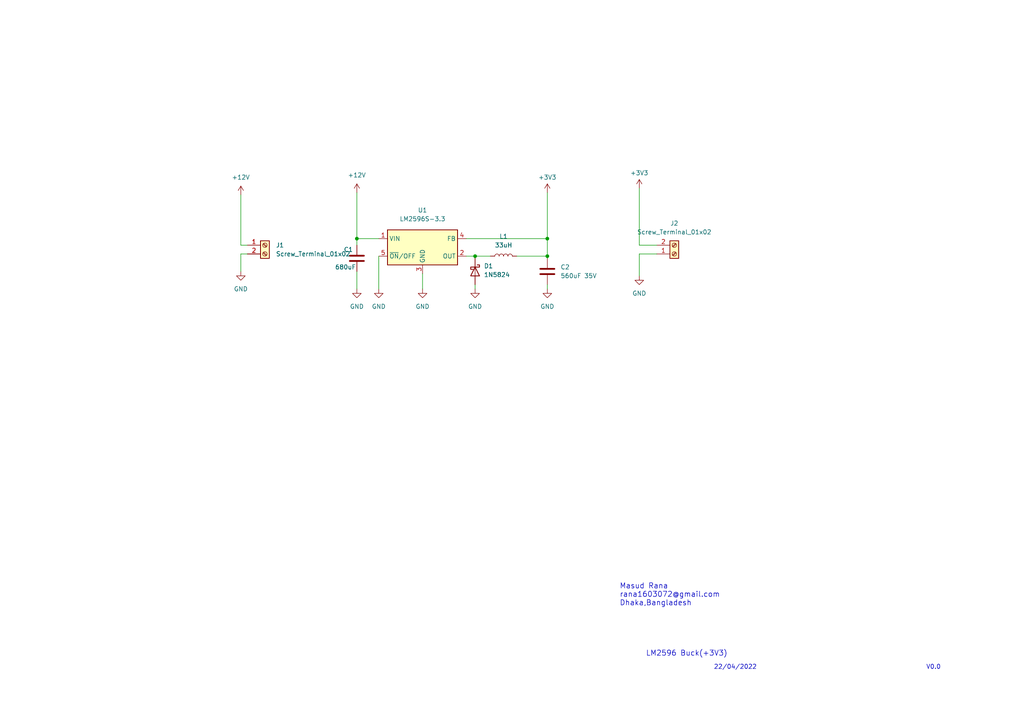
<source format=kicad_sch>
(kicad_sch (version 20211123) (generator eeschema)

  (uuid 66d525a3-68fa-4aa3-bf90-3a4e1b639e91)

  (paper "A4")

  (lib_symbols
    (symbol "Connector:Screw_Terminal_01x02" (pin_names (offset 1.016) hide) (in_bom yes) (on_board yes)
      (property "Reference" "J" (id 0) (at 0 2.54 0)
        (effects (font (size 1.27 1.27)))
      )
      (property "Value" "Screw_Terminal_01x02" (id 1) (at 0 -5.08 0)
        (effects (font (size 1.27 1.27)))
      )
      (property "Footprint" "" (id 2) (at 0 0 0)
        (effects (font (size 1.27 1.27)) hide)
      )
      (property "Datasheet" "~" (id 3) (at 0 0 0)
        (effects (font (size 1.27 1.27)) hide)
      )
      (property "ki_keywords" "screw terminal" (id 4) (at 0 0 0)
        (effects (font (size 1.27 1.27)) hide)
      )
      (property "ki_description" "Generic screw terminal, single row, 01x02, script generated (kicad-library-utils/schlib/autogen/connector/)" (id 5) (at 0 0 0)
        (effects (font (size 1.27 1.27)) hide)
      )
      (property "ki_fp_filters" "TerminalBlock*:*" (id 6) (at 0 0 0)
        (effects (font (size 1.27 1.27)) hide)
      )
      (symbol "Screw_Terminal_01x02_1_1"
        (rectangle (start -1.27 1.27) (end 1.27 -3.81)
          (stroke (width 0.254) (type default) (color 0 0 0 0))
          (fill (type background))
        )
        (circle (center 0 -2.54) (radius 0.635)
          (stroke (width 0.1524) (type default) (color 0 0 0 0))
          (fill (type none))
        )
        (polyline
          (pts
            (xy -0.5334 -2.2098)
            (xy 0.3302 -3.048)
          )
          (stroke (width 0.1524) (type default) (color 0 0 0 0))
          (fill (type none))
        )
        (polyline
          (pts
            (xy -0.5334 0.3302)
            (xy 0.3302 -0.508)
          )
          (stroke (width 0.1524) (type default) (color 0 0 0 0))
          (fill (type none))
        )
        (polyline
          (pts
            (xy -0.3556 -2.032)
            (xy 0.508 -2.8702)
          )
          (stroke (width 0.1524) (type default) (color 0 0 0 0))
          (fill (type none))
        )
        (polyline
          (pts
            (xy -0.3556 0.508)
            (xy 0.508 -0.3302)
          )
          (stroke (width 0.1524) (type default) (color 0 0 0 0))
          (fill (type none))
        )
        (circle (center 0 0) (radius 0.635)
          (stroke (width 0.1524) (type default) (color 0 0 0 0))
          (fill (type none))
        )
        (pin passive line (at -5.08 0 0) (length 3.81)
          (name "Pin_1" (effects (font (size 1.27 1.27))))
          (number "1" (effects (font (size 1.27 1.27))))
        )
        (pin passive line (at -5.08 -2.54 0) (length 3.81)
          (name "Pin_2" (effects (font (size 1.27 1.27))))
          (number "2" (effects (font (size 1.27 1.27))))
        )
      )
    )
    (symbol "Device:C" (pin_numbers hide) (pin_names (offset 0.254)) (in_bom yes) (on_board yes)
      (property "Reference" "C" (id 0) (at 0.635 2.54 0)
        (effects (font (size 1.27 1.27)) (justify left))
      )
      (property "Value" "C" (id 1) (at 0.635 -2.54 0)
        (effects (font (size 1.27 1.27)) (justify left))
      )
      (property "Footprint" "" (id 2) (at 0.9652 -3.81 0)
        (effects (font (size 1.27 1.27)) hide)
      )
      (property "Datasheet" "~" (id 3) (at 0 0 0)
        (effects (font (size 1.27 1.27)) hide)
      )
      (property "ki_keywords" "cap capacitor" (id 4) (at 0 0 0)
        (effects (font (size 1.27 1.27)) hide)
      )
      (property "ki_description" "Unpolarized capacitor" (id 5) (at 0 0 0)
        (effects (font (size 1.27 1.27)) hide)
      )
      (property "ki_fp_filters" "C_*" (id 6) (at 0 0 0)
        (effects (font (size 1.27 1.27)) hide)
      )
      (symbol "C_0_1"
        (polyline
          (pts
            (xy -2.032 -0.762)
            (xy 2.032 -0.762)
          )
          (stroke (width 0.508) (type default) (color 0 0 0 0))
          (fill (type none))
        )
        (polyline
          (pts
            (xy -2.032 0.762)
            (xy 2.032 0.762)
          )
          (stroke (width 0.508) (type default) (color 0 0 0 0))
          (fill (type none))
        )
      )
      (symbol "C_1_1"
        (pin passive line (at 0 3.81 270) (length 2.794)
          (name "~" (effects (font (size 1.27 1.27))))
          (number "1" (effects (font (size 1.27 1.27))))
        )
        (pin passive line (at 0 -3.81 90) (length 2.794)
          (name "~" (effects (font (size 1.27 1.27))))
          (number "2" (effects (font (size 1.27 1.27))))
        )
      )
    )
    (symbol "Device:L" (pin_numbers hide) (pin_names (offset 1.016) hide) (in_bom yes) (on_board yes)
      (property "Reference" "L" (id 0) (at -1.27 0 90)
        (effects (font (size 1.27 1.27)))
      )
      (property "Value" "L" (id 1) (at 1.905 0 90)
        (effects (font (size 1.27 1.27)))
      )
      (property "Footprint" "" (id 2) (at 0 0 0)
        (effects (font (size 1.27 1.27)) hide)
      )
      (property "Datasheet" "~" (id 3) (at 0 0 0)
        (effects (font (size 1.27 1.27)) hide)
      )
      (property "ki_keywords" "inductor choke coil reactor magnetic" (id 4) (at 0 0 0)
        (effects (font (size 1.27 1.27)) hide)
      )
      (property "ki_description" "Inductor" (id 5) (at 0 0 0)
        (effects (font (size 1.27 1.27)) hide)
      )
      (property "ki_fp_filters" "Choke_* *Coil* Inductor_* L_*" (id 6) (at 0 0 0)
        (effects (font (size 1.27 1.27)) hide)
      )
      (symbol "L_0_1"
        (arc (start 0 -2.54) (mid 0.635 -1.905) (end 0 -1.27)
          (stroke (width 0) (type default) (color 0 0 0 0))
          (fill (type none))
        )
        (arc (start 0 -1.27) (mid 0.635 -0.635) (end 0 0)
          (stroke (width 0) (type default) (color 0 0 0 0))
          (fill (type none))
        )
        (arc (start 0 0) (mid 0.635 0.635) (end 0 1.27)
          (stroke (width 0) (type default) (color 0 0 0 0))
          (fill (type none))
        )
        (arc (start 0 1.27) (mid 0.635 1.905) (end 0 2.54)
          (stroke (width 0) (type default) (color 0 0 0 0))
          (fill (type none))
        )
      )
      (symbol "L_1_1"
        (pin passive line (at 0 3.81 270) (length 1.27)
          (name "1" (effects (font (size 1.27 1.27))))
          (number "1" (effects (font (size 1.27 1.27))))
        )
        (pin passive line (at 0 -3.81 90) (length 1.27)
          (name "2" (effects (font (size 1.27 1.27))))
          (number "2" (effects (font (size 1.27 1.27))))
        )
      )
    )
    (symbol "Diode:1N5822" (pin_numbers hide) (pin_names (offset 1.016) hide) (in_bom yes) (on_board yes)
      (property "Reference" "D" (id 0) (at 0 2.54 0)
        (effects (font (size 1.27 1.27)))
      )
      (property "Value" "1N5822" (id 1) (at 0 -2.54 0)
        (effects (font (size 1.27 1.27)))
      )
      (property "Footprint" "Diode_THT:D_DO-201AD_P15.24mm_Horizontal" (id 2) (at 0 -4.445 0)
        (effects (font (size 1.27 1.27)) hide)
      )
      (property "Datasheet" "http://www.vishay.com/docs/88526/1n5820.pdf" (id 3) (at 0 0 0)
        (effects (font (size 1.27 1.27)) hide)
      )
      (property "ki_keywords" "diode Schottky" (id 4) (at 0 0 0)
        (effects (font (size 1.27 1.27)) hide)
      )
      (property "ki_description" "40V 3A Schottky Barrier Rectifier Diode, DO-201AD" (id 5) (at 0 0 0)
        (effects (font (size 1.27 1.27)) hide)
      )
      (property "ki_fp_filters" "D*DO?201AD*" (id 6) (at 0 0 0)
        (effects (font (size 1.27 1.27)) hide)
      )
      (symbol "1N5822_0_1"
        (polyline
          (pts
            (xy 1.27 0)
            (xy -1.27 0)
          )
          (stroke (width 0) (type default) (color 0 0 0 0))
          (fill (type none))
        )
        (polyline
          (pts
            (xy 1.27 1.27)
            (xy 1.27 -1.27)
            (xy -1.27 0)
            (xy 1.27 1.27)
          )
          (stroke (width 0.254) (type default) (color 0 0 0 0))
          (fill (type none))
        )
        (polyline
          (pts
            (xy -1.905 0.635)
            (xy -1.905 1.27)
            (xy -1.27 1.27)
            (xy -1.27 -1.27)
            (xy -0.635 -1.27)
            (xy -0.635 -0.635)
          )
          (stroke (width 0.254) (type default) (color 0 0 0 0))
          (fill (type none))
        )
      )
      (symbol "1N5822_1_1"
        (pin passive line (at -3.81 0 0) (length 2.54)
          (name "K" (effects (font (size 1.27 1.27))))
          (number "1" (effects (font (size 1.27 1.27))))
        )
        (pin passive line (at 3.81 0 180) (length 2.54)
          (name "A" (effects (font (size 1.27 1.27))))
          (number "2" (effects (font (size 1.27 1.27))))
        )
      )
    )
    (symbol "Regulator_Switching:LM2596S-3.3" (in_bom yes) (on_board yes)
      (property "Reference" "U" (id 0) (at -10.16 6.35 0)
        (effects (font (size 1.27 1.27)) (justify left))
      )
      (property "Value" "LM2596S-3.3" (id 1) (at 0 6.35 0)
        (effects (font (size 1.27 1.27)) (justify left))
      )
      (property "Footprint" "Package_TO_SOT_SMD:TO-263-5_TabPin3" (id 2) (at 1.27 -6.35 0)
        (effects (font (size 1.27 1.27) italic) (justify left) hide)
      )
      (property "Datasheet" "http://www.ti.com/lit/ds/symlink/lm2596.pdf" (id 3) (at 0 0 0)
        (effects (font (size 1.27 1.27)) hide)
      )
      (property "ki_keywords" "Step-Down Voltage Regulator 3.3V 3A" (id 4) (at 0 0 0)
        (effects (font (size 1.27 1.27)) hide)
      )
      (property "ki_description" "3.3V 3A Step-Down Voltage Regulator, TO-263" (id 5) (at 0 0 0)
        (effects (font (size 1.27 1.27)) hide)
      )
      (property "ki_fp_filters" "TO?263*" (id 6) (at 0 0 0)
        (effects (font (size 1.27 1.27)) hide)
      )
      (symbol "LM2596S-3.3_0_1"
        (rectangle (start -10.16 5.08) (end 10.16 -5.08)
          (stroke (width 0.254) (type default) (color 0 0 0 0))
          (fill (type background))
        )
      )
      (symbol "LM2596S-3.3_1_1"
        (pin power_in line (at -12.7 2.54 0) (length 2.54)
          (name "VIN" (effects (font (size 1.27 1.27))))
          (number "1" (effects (font (size 1.27 1.27))))
        )
        (pin output line (at 12.7 -2.54 180) (length 2.54)
          (name "OUT" (effects (font (size 1.27 1.27))))
          (number "2" (effects (font (size 1.27 1.27))))
        )
        (pin power_in line (at 0 -7.62 90) (length 2.54)
          (name "GND" (effects (font (size 1.27 1.27))))
          (number "3" (effects (font (size 1.27 1.27))))
        )
        (pin input line (at 12.7 2.54 180) (length 2.54)
          (name "FB" (effects (font (size 1.27 1.27))))
          (number "4" (effects (font (size 1.27 1.27))))
        )
        (pin input line (at -12.7 -2.54 0) (length 2.54)
          (name "~{ON}/OFF" (effects (font (size 1.27 1.27))))
          (number "5" (effects (font (size 1.27 1.27))))
        )
      )
    )
    (symbol "power:+12V" (power) (pin_names (offset 0)) (in_bom yes) (on_board yes)
      (property "Reference" "#PWR" (id 0) (at 0 -3.81 0)
        (effects (font (size 1.27 1.27)) hide)
      )
      (property "Value" "+12V" (id 1) (at 0 3.556 0)
        (effects (font (size 1.27 1.27)))
      )
      (property "Footprint" "" (id 2) (at 0 0 0)
        (effects (font (size 1.27 1.27)) hide)
      )
      (property "Datasheet" "" (id 3) (at 0 0 0)
        (effects (font (size 1.27 1.27)) hide)
      )
      (property "ki_keywords" "power-flag" (id 4) (at 0 0 0)
        (effects (font (size 1.27 1.27)) hide)
      )
      (property "ki_description" "Power symbol creates a global label with name \"+12V\"" (id 5) (at 0 0 0)
        (effects (font (size 1.27 1.27)) hide)
      )
      (symbol "+12V_0_1"
        (polyline
          (pts
            (xy -0.762 1.27)
            (xy 0 2.54)
          )
          (stroke (width 0) (type default) (color 0 0 0 0))
          (fill (type none))
        )
        (polyline
          (pts
            (xy 0 0)
            (xy 0 2.54)
          )
          (stroke (width 0) (type default) (color 0 0 0 0))
          (fill (type none))
        )
        (polyline
          (pts
            (xy 0 2.54)
            (xy 0.762 1.27)
          )
          (stroke (width 0) (type default) (color 0 0 0 0))
          (fill (type none))
        )
      )
      (symbol "+12V_1_1"
        (pin power_in line (at 0 0 90) (length 0) hide
          (name "+12V" (effects (font (size 1.27 1.27))))
          (number "1" (effects (font (size 1.27 1.27))))
        )
      )
    )
    (symbol "power:+3V3" (power) (pin_names (offset 0)) (in_bom yes) (on_board yes)
      (property "Reference" "#PWR" (id 0) (at 0 -3.81 0)
        (effects (font (size 1.27 1.27)) hide)
      )
      (property "Value" "+3V3" (id 1) (at 0 3.556 0)
        (effects (font (size 1.27 1.27)))
      )
      (property "Footprint" "" (id 2) (at 0 0 0)
        (effects (font (size 1.27 1.27)) hide)
      )
      (property "Datasheet" "" (id 3) (at 0 0 0)
        (effects (font (size 1.27 1.27)) hide)
      )
      (property "ki_keywords" "power-flag" (id 4) (at 0 0 0)
        (effects (font (size 1.27 1.27)) hide)
      )
      (property "ki_description" "Power symbol creates a global label with name \"+3V3\"" (id 5) (at 0 0 0)
        (effects (font (size 1.27 1.27)) hide)
      )
      (symbol "+3V3_0_1"
        (polyline
          (pts
            (xy -0.762 1.27)
            (xy 0 2.54)
          )
          (stroke (width 0) (type default) (color 0 0 0 0))
          (fill (type none))
        )
        (polyline
          (pts
            (xy 0 0)
            (xy 0 2.54)
          )
          (stroke (width 0) (type default) (color 0 0 0 0))
          (fill (type none))
        )
        (polyline
          (pts
            (xy 0 2.54)
            (xy 0.762 1.27)
          )
          (stroke (width 0) (type default) (color 0 0 0 0))
          (fill (type none))
        )
      )
      (symbol "+3V3_1_1"
        (pin power_in line (at 0 0 90) (length 0) hide
          (name "+3V3" (effects (font (size 1.27 1.27))))
          (number "1" (effects (font (size 1.27 1.27))))
        )
      )
    )
    (symbol "power:GND" (power) (pin_names (offset 0)) (in_bom yes) (on_board yes)
      (property "Reference" "#PWR" (id 0) (at 0 -6.35 0)
        (effects (font (size 1.27 1.27)) hide)
      )
      (property "Value" "GND" (id 1) (at 0 -3.81 0)
        (effects (font (size 1.27 1.27)))
      )
      (property "Footprint" "" (id 2) (at 0 0 0)
        (effects (font (size 1.27 1.27)) hide)
      )
      (property "Datasheet" "" (id 3) (at 0 0 0)
        (effects (font (size 1.27 1.27)) hide)
      )
      (property "ki_keywords" "power-flag" (id 4) (at 0 0 0)
        (effects (font (size 1.27 1.27)) hide)
      )
      (property "ki_description" "Power symbol creates a global label with name \"GND\" , ground" (id 5) (at 0 0 0)
        (effects (font (size 1.27 1.27)) hide)
      )
      (symbol "GND_0_1"
        (polyline
          (pts
            (xy 0 0)
            (xy 0 -1.27)
            (xy 1.27 -1.27)
            (xy 0 -2.54)
            (xy -1.27 -1.27)
            (xy 0 -1.27)
          )
          (stroke (width 0) (type default) (color 0 0 0 0))
          (fill (type none))
        )
      )
      (symbol "GND_1_1"
        (pin power_in line (at 0 0 270) (length 0) hide
          (name "GND" (effects (font (size 1.27 1.27))))
          (number "1" (effects (font (size 1.27 1.27))))
        )
      )
    )
  )

  (junction (at 137.795 74.295) (diameter 0) (color 0 0 0 0)
    (uuid 0213bd87-2ddf-4942-ab0d-94b726ac3e7c)
  )
  (junction (at 158.75 74.295) (diameter 0) (color 0 0 0 0)
    (uuid b8c80442-6814-413d-804e-4760d258f41c)
  )
  (junction (at 158.75 69.215) (diameter 0) (color 0 0 0 0)
    (uuid d7e1828a-ec0b-42f4-8ba6-675686e84c5d)
  )
  (junction (at 103.505 69.215) (diameter 0) (color 0 0 0 0)
    (uuid ec929d7a-da93-4b74-9dd8-ee81fdf520a0)
  )

  (wire (pts (xy 69.85 73.66) (xy 71.755 73.66))
    (stroke (width 0) (type default) (color 0 0 0 0))
    (uuid 00942427-21b1-4f7e-955f-1bbf3e1f7acb)
  )
  (wire (pts (xy 103.505 78.74) (xy 103.505 83.82))
    (stroke (width 0) (type default) (color 0 0 0 0))
    (uuid 00e57a78-582a-4a6f-ab6e-147258121e6a)
  )
  (wire (pts (xy 137.795 83.82) (xy 137.795 82.55))
    (stroke (width 0) (type default) (color 0 0 0 0))
    (uuid 2c48dff5-b3c3-4ac1-b2b6-b8b660f4e129)
  )
  (wire (pts (xy 103.505 69.215) (xy 103.505 71.12))
    (stroke (width 0) (type default) (color 0 0 0 0))
    (uuid 2d318762-e017-4b40-9799-a39704cbc5c5)
  )
  (wire (pts (xy 137.795 74.295) (xy 142.24 74.295))
    (stroke (width 0) (type default) (color 0 0 0 0))
    (uuid 36096e2b-7f21-4cf5-9966-c6029fc3bfd1)
  )
  (wire (pts (xy 149.86 74.295) (xy 158.75 74.295))
    (stroke (width 0) (type default) (color 0 0 0 0))
    (uuid 3b619710-6913-46ba-b130-eee545ae2a51)
  )
  (wire (pts (xy 185.42 71.12) (xy 190.5 71.12))
    (stroke (width 0) (type default) (color 0 0 0 0))
    (uuid 5222a4b7-24b3-44c3-8af0-0ad54ef13a51)
  )
  (wire (pts (xy 109.855 69.215) (xy 103.505 69.215))
    (stroke (width 0) (type default) (color 0 0 0 0))
    (uuid 765f43dc-1965-4fb7-b6e0-dea18231bd65)
  )
  (wire (pts (xy 185.42 73.66) (xy 190.5 73.66))
    (stroke (width 0) (type default) (color 0 0 0 0))
    (uuid 783180eb-7f01-4cd2-b1a7-9cb0d9270ff3)
  )
  (wire (pts (xy 122.555 79.375) (xy 122.555 83.82))
    (stroke (width 0) (type default) (color 0 0 0 0))
    (uuid a0285b17-3e36-4c6b-b7b2-c4a96fe61ef6)
  )
  (wire (pts (xy 185.42 54.61) (xy 185.42 71.12))
    (stroke (width 0) (type default) (color 0 0 0 0))
    (uuid a65356e9-9331-42ca-aeed-939a5d0f58cf)
  )
  (wire (pts (xy 137.795 74.295) (xy 137.795 74.93))
    (stroke (width 0) (type default) (color 0 0 0 0))
    (uuid af565181-23e7-4c75-a25f-545bfb68fe1c)
  )
  (wire (pts (xy 135.255 69.215) (xy 158.75 69.215))
    (stroke (width 0) (type default) (color 0 0 0 0))
    (uuid b14339d2-ff3f-4bd1-b0ce-2a24ed551060)
  )
  (wire (pts (xy 135.255 74.295) (xy 137.795 74.295))
    (stroke (width 0) (type default) (color 0 0 0 0))
    (uuid b5e82878-b519-4073-ad55-f1d9914c05ff)
  )
  (wire (pts (xy 158.75 82.55) (xy 158.75 83.82))
    (stroke (width 0) (type default) (color 0 0 0 0))
    (uuid b8307188-cae6-483e-8b0d-11f67b4e6bde)
  )
  (wire (pts (xy 158.75 69.215) (xy 158.75 74.295))
    (stroke (width 0) (type default) (color 0 0 0 0))
    (uuid b9433526-1308-4f81-8a1f-e5432dcb233f)
  )
  (wire (pts (xy 103.505 69.215) (xy 103.505 55.88))
    (stroke (width 0) (type default) (color 0 0 0 0))
    (uuid bad18b7e-1e04-441d-b37a-9708c6210b8a)
  )
  (wire (pts (xy 185.42 73.66) (xy 185.42 80.01))
    (stroke (width 0) (type default) (color 0 0 0 0))
    (uuid d261e92e-8281-4ee4-9b8a-f6405c8154eb)
  )
  (wire (pts (xy 158.75 55.88) (xy 158.75 69.215))
    (stroke (width 0) (type default) (color 0 0 0 0))
    (uuid d28de701-b93a-450d-a7e5-ede272361ed9)
  )
  (wire (pts (xy 69.85 56.515) (xy 69.85 71.12))
    (stroke (width 0) (type default) (color 0 0 0 0))
    (uuid d7fa7e3c-80a0-494d-b064-b93c57d26230)
  )
  (wire (pts (xy 71.755 71.12) (xy 69.85 71.12))
    (stroke (width 0) (type default) (color 0 0 0 0))
    (uuid d800fa9b-30f2-486b-9133-634f57905fb7)
  )
  (wire (pts (xy 158.75 74.295) (xy 158.75 74.93))
    (stroke (width 0) (type default) (color 0 0 0 0))
    (uuid e4bf007c-078e-4372-814b-421fe93cec7d)
  )
  (wire (pts (xy 109.855 74.295) (xy 109.855 83.82))
    (stroke (width 0) (type default) (color 0 0 0 0))
    (uuid e565f33c-e433-4a2d-9f1b-ef248f232b82)
  )
  (wire (pts (xy 69.85 73.66) (xy 69.85 78.74))
    (stroke (width 0) (type default) (color 0 0 0 0))
    (uuid ecab527a-2a60-4737-8dcb-34ffdce6c217)
  )

  (text "V0.0" (at 268.605 194.31 0)
    (effects (font (size 1.27 1.27)) (justify left bottom))
    (uuid 09dcb90e-f8f2-46b8-b938-0209edc49118)
  )
  (text "22/04/2022" (at 207.01 194.31 0)
    (effects (font (size 1.27 1.27)) (justify left bottom))
    (uuid 1b8bd719-4212-4f55-95d2-dd99fe02df60)
  )
  (text "Masud Rana\nrana1603072@gmail.com\nDhaka,Bangladesh" (at 179.705 175.895 0)
    (effects (font (size 1.524 1.524)) (justify left bottom))
    (uuid d27b603e-ea35-4c2e-85e7-6e31e0c6974e)
  )
  (text "LM2596 Buck(+3V3)" (at 187.325 190.5 0)
    (effects (font (size 1.524 1.524)) (justify left bottom))
    (uuid ec041bff-8a9c-4cb6-b71e-875f2b8c18d1)
  )

  (symbol (lib_id "Regulator_Switching:LM2596S-3.3") (at 122.555 71.755 0) (unit 1)
    (in_bom yes) (on_board yes) (fields_autoplaced)
    (uuid 13d08c79-95ff-462b-acc9-e78ef70037e2)
    (property "Reference" "U1" (id 0) (at 122.555 60.96 0))
    (property "Value" "LM2596S-3.3" (id 1) (at 122.555 63.5 0))
    (property "Footprint" "Package_TO_SOT_SMD:TO-252-5_TabPin3" (id 2) (at 123.825 78.105 0)
      (effects (font (size 1.27 1.27) italic) (justify left) hide)
    )
    (property "Datasheet" "http://www.ti.com/lit/ds/symlink/lm2596.pdf" (id 3) (at 122.555 71.755 0)
      (effects (font (size 1.27 1.27)) hide)
    )
    (pin "1" (uuid b1f460e5-845d-46b4-b80c-91bb3d8285d2))
    (pin "2" (uuid f065c874-2038-49e9-9a2e-9846385b5d42))
    (pin "3" (uuid c07c5a8e-e2e9-41b6-b5e4-368503d63a80))
    (pin "4" (uuid efaf5bfc-e32c-4632-8b56-324e3a9ff094))
    (pin "5" (uuid 8ac08293-edd9-4590-8ed9-94065cd382b5))
  )

  (symbol (lib_id "power:GND") (at 137.795 83.82 0) (unit 1)
    (in_bom yes) (on_board yes) (fields_autoplaced)
    (uuid 1c29b3e8-5e6e-43f9-817b-e1628b7d5376)
    (property "Reference" "#PWR0107" (id 0) (at 137.795 90.17 0)
      (effects (font (size 1.27 1.27)) hide)
    )
    (property "Value" "GND" (id 1) (at 137.795 88.9 0))
    (property "Footprint" "" (id 2) (at 137.795 83.82 0)
      (effects (font (size 1.27 1.27)) hide)
    )
    (property "Datasheet" "" (id 3) (at 137.795 83.82 0)
      (effects (font (size 1.27 1.27)) hide)
    )
    (pin "1" (uuid 839d67c9-992b-4d9d-8bee-f180c82473d1))
  )

  (symbol (lib_id "power:GND") (at 122.555 83.82 0) (unit 1)
    (in_bom yes) (on_board yes) (fields_autoplaced)
    (uuid 352fbe3d-1ec1-4b73-a4f3-0dcc43b5f882)
    (property "Reference" "#PWR0106" (id 0) (at 122.555 90.17 0)
      (effects (font (size 1.27 1.27)) hide)
    )
    (property "Value" "GND" (id 1) (at 122.555 88.9 0))
    (property "Footprint" "" (id 2) (at 122.555 83.82 0)
      (effects (font (size 1.27 1.27)) hide)
    )
    (property "Datasheet" "" (id 3) (at 122.555 83.82 0)
      (effects (font (size 1.27 1.27)) hide)
    )
    (pin "1" (uuid 416b3acf-c469-4399-9f79-0e9a64adfaa2))
  )

  (symbol (lib_id "power:GND") (at 185.42 80.01 0) (unit 1)
    (in_bom yes) (on_board yes) (fields_autoplaced)
    (uuid 42529937-07e7-472e-ac82-336cf5a05677)
    (property "Reference" "#PWR0108" (id 0) (at 185.42 86.36 0)
      (effects (font (size 1.27 1.27)) hide)
    )
    (property "Value" "GND" (id 1) (at 185.42 85.09 0))
    (property "Footprint" "" (id 2) (at 185.42 80.01 0)
      (effects (font (size 1.27 1.27)) hide)
    )
    (property "Datasheet" "" (id 3) (at 185.42 80.01 0)
      (effects (font (size 1.27 1.27)) hide)
    )
    (pin "1" (uuid de9c7f57-1312-4a88-b00b-ea89f34955d1))
  )

  (symbol (lib_id "power:GND") (at 109.855 83.82 0) (unit 1)
    (in_bom yes) (on_board yes) (fields_autoplaced)
    (uuid 5814b60a-18ec-4168-93bd-76316c598427)
    (property "Reference" "#PWR0103" (id 0) (at 109.855 90.17 0)
      (effects (font (size 1.27 1.27)) hide)
    )
    (property "Value" "GND" (id 1) (at 109.855 88.9 0))
    (property "Footprint" "" (id 2) (at 109.855 83.82 0)
      (effects (font (size 1.27 1.27)) hide)
    )
    (property "Datasheet" "" (id 3) (at 109.855 83.82 0)
      (effects (font (size 1.27 1.27)) hide)
    )
    (pin "1" (uuid 57f861eb-2f44-48a5-a47e-53ebc2e84a0d))
  )

  (symbol (lib_id "Device:C") (at 103.505 74.93 0) (unit 1)
    (in_bom yes) (on_board yes)
    (uuid 5854254f-8cc9-415a-99de-a261a90c4077)
    (property "Reference" "C1" (id 0) (at 99.695 72.39 0)
      (effects (font (size 1.27 1.27)) (justify left))
    )
    (property "Value" "680uF" (id 1) (at 97.155 77.47 0)
      (effects (font (size 1.27 1.27)) (justify left))
    )
    (property "Footprint" "Capacitor_SMD:C_Elec_10x10.2" (id 2) (at 104.4702 78.74 0)
      (effects (font (size 1.27 1.27)) hide)
    )
    (property "Datasheet" "~" (id 3) (at 103.505 74.93 0)
      (effects (font (size 1.27 1.27)) hide)
    )
    (pin "1" (uuid e4a13b3e-6bbc-43ba-8414-ab6de9b1f750))
    (pin "2" (uuid 06085d24-4adf-4a7d-8343-b0c56616b0d8))
  )

  (symbol (lib_id "Device:C") (at 158.75 78.74 0) (unit 1)
    (in_bom yes) (on_board yes) (fields_autoplaced)
    (uuid 5b16bd09-5184-4979-a83e-053e274e68d0)
    (property "Reference" "C2" (id 0) (at 162.56 77.4699 0)
      (effects (font (size 1.27 1.27)) (justify left))
    )
    (property "Value" "560uF 35V" (id 1) (at 162.56 80.0099 0)
      (effects (font (size 1.27 1.27)) (justify left))
    )
    (property "Footprint" "Capacitor_SMD:C_Elec_10x10.2" (id 2) (at 159.7152 82.55 0)
      (effects (font (size 1.27 1.27)) hide)
    )
    (property "Datasheet" "~" (id 3) (at 158.75 78.74 0)
      (effects (font (size 1.27 1.27)) hide)
    )
    (pin "1" (uuid 0ef3f6d7-c007-4753-8396-c17c79fa685d))
    (pin "2" (uuid b08efd2b-61d3-4b3f-82c0-fbd884e9d6d4))
  )

  (symbol (lib_id "Diode:1N5822") (at 137.795 78.74 270) (unit 1)
    (in_bom yes) (on_board yes) (fields_autoplaced)
    (uuid 613932bd-2b56-4ac1-a8e5-a4bf7dfca60e)
    (property "Reference" "D1" (id 0) (at 140.335 77.1524 90)
      (effects (font (size 1.27 1.27)) (justify left))
    )
    (property "Value" "1N5824" (id 1) (at 140.335 79.6924 90)
      (effects (font (size 1.27 1.27)) (justify left))
    )
    (property "Footprint" "DK:DO-214AB" (id 2) (at 133.35 78.74 0)
      (effects (font (size 1.27 1.27)) hide)
    )
    (property "Datasheet" "http://www.vishay.com/docs/88526/1n5820.pdf" (id 3) (at 137.795 78.74 0)
      (effects (font (size 1.27 1.27)) hide)
    )
    (pin "1" (uuid 125f238c-b05b-45d1-8098-e9948e39c8c8))
    (pin "2" (uuid 3d6a2f2e-3e33-4e65-a61f-5fbbe459244f))
  )

  (symbol (lib_id "Connector:Screw_Terminal_01x02") (at 76.835 71.12 0) (unit 1)
    (in_bom yes) (on_board yes) (fields_autoplaced)
    (uuid 8619b003-4ddf-4ed8-abee-c68340460103)
    (property "Reference" "J1" (id 0) (at 80.01 71.1199 0)
      (effects (font (size 1.27 1.27)) (justify left))
    )
    (property "Value" "Screw_Terminal_01x02" (id 1) (at 80.01 73.6599 0)
      (effects (font (size 1.27 1.27)) (justify left))
    )
    (property "Footprint" "TerminalBlock_Phoenix:TerminalBlock_Phoenix_MKDS-1,5-2-5.08_1x02_P5.08mm_Horizontal" (id 2) (at 76.835 71.12 0)
      (effects (font (size 1.27 1.27)) hide)
    )
    (property "Datasheet" "~" (id 3) (at 76.835 71.12 0)
      (effects (font (size 1.27 1.27)) hide)
    )
    (pin "1" (uuid d53c75bf-40fb-4a35-a6a9-1f16e4b23ff0))
    (pin "2" (uuid 35f33603-a65d-4e7e-9399-f524b8aed735))
  )

  (symbol (lib_id "power:GND") (at 103.505 83.82 0) (unit 1)
    (in_bom yes) (on_board yes) (fields_autoplaced)
    (uuid a6d49f88-158e-44d6-83cf-aef44942295b)
    (property "Reference" "#PWR0102" (id 0) (at 103.505 90.17 0)
      (effects (font (size 1.27 1.27)) hide)
    )
    (property "Value" "GND" (id 1) (at 103.505 88.9 0))
    (property "Footprint" "" (id 2) (at 103.505 83.82 0)
      (effects (font (size 1.27 1.27)) hide)
    )
    (property "Datasheet" "" (id 3) (at 103.505 83.82 0)
      (effects (font (size 1.27 1.27)) hide)
    )
    (pin "1" (uuid b38b6340-09dc-4f3c-90f1-621f7e1721b4))
  )

  (symbol (lib_id "power:+12V") (at 103.505 55.88 0) (unit 1)
    (in_bom yes) (on_board yes) (fields_autoplaced)
    (uuid b66be029-35a9-47d9-830b-cc8c16787354)
    (property "Reference" "#PWR0101" (id 0) (at 103.505 59.69 0)
      (effects (font (size 1.27 1.27)) hide)
    )
    (property "Value" "+12V" (id 1) (at 103.505 50.8 0))
    (property "Footprint" "" (id 2) (at 103.505 55.88 0)
      (effects (font (size 1.27 1.27)) hide)
    )
    (property "Datasheet" "" (id 3) (at 103.505 55.88 0)
      (effects (font (size 1.27 1.27)) hide)
    )
    (pin "1" (uuid 9ef0be82-5223-4bc7-8628-96cd339c33a0))
  )

  (symbol (lib_id "power:GND") (at 158.75 83.82 0) (unit 1)
    (in_bom yes) (on_board yes) (fields_autoplaced)
    (uuid cb42552c-4a3e-430c-b7e2-9898f292302e)
    (property "Reference" "#PWR0104" (id 0) (at 158.75 90.17 0)
      (effects (font (size 1.27 1.27)) hide)
    )
    (property "Value" "GND" (id 1) (at 158.75 88.9 0))
    (property "Footprint" "" (id 2) (at 158.75 83.82 0)
      (effects (font (size 1.27 1.27)) hide)
    )
    (property "Datasheet" "" (id 3) (at 158.75 83.82 0)
      (effects (font (size 1.27 1.27)) hide)
    )
    (pin "1" (uuid 5067ec69-777e-444c-8a9c-4cf13e4ae486))
  )

  (symbol (lib_id "power:GND") (at 69.85 78.74 0) (unit 1)
    (in_bom yes) (on_board yes) (fields_autoplaced)
    (uuid d0fd73bf-6d29-4984-9a67-16edfaed780f)
    (property "Reference" "#PWR0111" (id 0) (at 69.85 85.09 0)
      (effects (font (size 1.27 1.27)) hide)
    )
    (property "Value" "GND" (id 1) (at 69.85 83.82 0))
    (property "Footprint" "" (id 2) (at 69.85 78.74 0)
      (effects (font (size 1.27 1.27)) hide)
    )
    (property "Datasheet" "" (id 3) (at 69.85 78.74 0)
      (effects (font (size 1.27 1.27)) hide)
    )
    (pin "1" (uuid ba8d3aee-36c0-4b07-805a-43ef0e25285a))
  )

  (symbol (lib_id "Connector:Screw_Terminal_01x02") (at 195.58 73.66 0) (mirror x) (unit 1)
    (in_bom yes) (on_board yes) (fields_autoplaced)
    (uuid ead0d230-d4a3-4935-a132-b2be1e9752c6)
    (property "Reference" "J2" (id 0) (at 195.58 64.77 0))
    (property "Value" "Screw_Terminal_01x02" (id 1) (at 195.58 67.31 0))
    (property "Footprint" "TerminalBlock_Phoenix:TerminalBlock_Phoenix_MKDS-1,5-2-5.08_1x02_P5.08mm_Horizontal" (id 2) (at 195.58 73.66 0)
      (effects (font (size 1.27 1.27)) hide)
    )
    (property "Datasheet" "~" (id 3) (at 195.58 73.66 0)
      (effects (font (size 1.27 1.27)) hide)
    )
    (pin "1" (uuid 7661659d-bd7d-4ade-8c3b-3e6c0b2a79c1))
    (pin "2" (uuid 77b6b4d9-2f29-4233-a624-75327cab23a8))
  )

  (symbol (lib_id "power:+3V3") (at 158.75 55.88 0) (unit 1)
    (in_bom yes) (on_board yes)
    (uuid ecff6837-a08b-483d-9647-9310dfc674e3)
    (property "Reference" "#PWR0105" (id 0) (at 158.75 59.69 0)
      (effects (font (size 1.27 1.27)) hide)
    )
    (property "Value" "+3V3" (id 1) (at 158.75 51.435 0))
    (property "Footprint" "" (id 2) (at 158.75 55.88 0)
      (effects (font (size 1.27 1.27)) hide)
    )
    (property "Datasheet" "" (id 3) (at 158.75 55.88 0)
      (effects (font (size 1.27 1.27)) hide)
    )
    (pin "1" (uuid 9858a585-1ecc-4893-a1c6-bacba18521ec))
  )

  (symbol (lib_id "power:+3V3") (at 185.42 54.61 0) (unit 1)
    (in_bom yes) (on_board yes)
    (uuid f0c836f7-c18d-450e-a902-99a0145d7152)
    (property "Reference" "#PWR0109" (id 0) (at 185.42 58.42 0)
      (effects (font (size 1.27 1.27)) hide)
    )
    (property "Value" "+3V3" (id 1) (at 185.42 50.165 0))
    (property "Footprint" "" (id 2) (at 185.42 54.61 0)
      (effects (font (size 1.27 1.27)) hide)
    )
    (property "Datasheet" "" (id 3) (at 185.42 54.61 0)
      (effects (font (size 1.27 1.27)) hide)
    )
    (pin "1" (uuid af8787ca-0ed2-4a85-9512-615d93f690c8))
  )

  (symbol (lib_id "Device:L") (at 146.05 74.295 90) (unit 1)
    (in_bom yes) (on_board yes) (fields_autoplaced)
    (uuid f0e6fae4-0008-43ed-8719-bf62839f601f)
    (property "Reference" "L1" (id 0) (at 146.05 68.58 90))
    (property "Value" "33uH" (id 1) (at 146.05 71.12 90))
    (property "Footprint" "Inductor_SMD:L_Bourns_SRR1260" (id 2) (at 146.05 74.295 0)
      (effects (font (size 1.27 1.27)) hide)
    )
    (property "Datasheet" "~" (id 3) (at 146.05 74.295 0)
      (effects (font (size 1.27 1.27)) hide)
    )
    (pin "1" (uuid 8aab4608-39e8-491a-83a8-7194f36094f1))
    (pin "2" (uuid 544c9ad7-a0b6-4f88-9dcd-908e3e2acf79))
  )

  (symbol (lib_id "power:+12V") (at 69.85 56.515 0) (unit 1)
    (in_bom yes) (on_board yes) (fields_autoplaced)
    (uuid fba2254d-4bcf-4e87-a077-3fde88db7cc5)
    (property "Reference" "#PWR0110" (id 0) (at 69.85 60.325 0)
      (effects (font (size 1.27 1.27)) hide)
    )
    (property "Value" "+12V" (id 1) (at 69.85 51.435 0))
    (property "Footprint" "" (id 2) (at 69.85 56.515 0)
      (effects (font (size 1.27 1.27)) hide)
    )
    (property "Datasheet" "" (id 3) (at 69.85 56.515 0)
      (effects (font (size 1.27 1.27)) hide)
    )
    (pin "1" (uuid 246de985-6e0b-4ce7-9e1b-3e79f842c6a3))
  )

  (sheet_instances
    (path "/" (page "1"))
  )

  (symbol_instances
    (path "/b66be029-35a9-47d9-830b-cc8c16787354"
      (reference "#PWR0101") (unit 1) (value "+12V") (footprint "")
    )
    (path "/a6d49f88-158e-44d6-83cf-aef44942295b"
      (reference "#PWR0102") (unit 1) (value "GND") (footprint "")
    )
    (path "/5814b60a-18ec-4168-93bd-76316c598427"
      (reference "#PWR0103") (unit 1) (value "GND") (footprint "")
    )
    (path "/cb42552c-4a3e-430c-b7e2-9898f292302e"
      (reference "#PWR0104") (unit 1) (value "GND") (footprint "")
    )
    (path "/ecff6837-a08b-483d-9647-9310dfc674e3"
      (reference "#PWR0105") (unit 1) (value "+3V3") (footprint "")
    )
    (path "/352fbe3d-1ec1-4b73-a4f3-0dcc43b5f882"
      (reference "#PWR0106") (unit 1) (value "GND") (footprint "")
    )
    (path "/1c29b3e8-5e6e-43f9-817b-e1628b7d5376"
      (reference "#PWR0107") (unit 1) (value "GND") (footprint "")
    )
    (path "/42529937-07e7-472e-ac82-336cf5a05677"
      (reference "#PWR0108") (unit 1) (value "GND") (footprint "")
    )
    (path "/f0c836f7-c18d-450e-a902-99a0145d7152"
      (reference "#PWR0109") (unit 1) (value "+3V3") (footprint "")
    )
    (path "/fba2254d-4bcf-4e87-a077-3fde88db7cc5"
      (reference "#PWR0110") (unit 1) (value "+12V") (footprint "")
    )
    (path "/d0fd73bf-6d29-4984-9a67-16edfaed780f"
      (reference "#PWR0111") (unit 1) (value "GND") (footprint "")
    )
    (path "/5854254f-8cc9-415a-99de-a261a90c4077"
      (reference "C1") (unit 1) (value "680uF") (footprint "Capacitor_SMD:C_Elec_10x10.2")
    )
    (path "/5b16bd09-5184-4979-a83e-053e274e68d0"
      (reference "C2") (unit 1) (value "560uF 35V") (footprint "Capacitor_SMD:C_Elec_10x10.2")
    )
    (path "/613932bd-2b56-4ac1-a8e5-a4bf7dfca60e"
      (reference "D1") (unit 1) (value "1N5824") (footprint "DK:DO-214AB")
    )
    (path "/8619b003-4ddf-4ed8-abee-c68340460103"
      (reference "J1") (unit 1) (value "Screw_Terminal_01x02") (footprint "TerminalBlock_Phoenix:TerminalBlock_Phoenix_MKDS-1,5-2-5.08_1x02_P5.08mm_Horizontal")
    )
    (path "/ead0d230-d4a3-4935-a132-b2be1e9752c6"
      (reference "J2") (unit 1) (value "Screw_Terminal_01x02") (footprint "TerminalBlock_Phoenix:TerminalBlock_Phoenix_MKDS-1,5-2-5.08_1x02_P5.08mm_Horizontal")
    )
    (path "/f0e6fae4-0008-43ed-8719-bf62839f601f"
      (reference "L1") (unit 1) (value "33uH") (footprint "Inductor_SMD:L_Bourns_SRR1260")
    )
    (path "/13d08c79-95ff-462b-acc9-e78ef70037e2"
      (reference "U1") (unit 1) (value "LM2596S-3.3") (footprint "Package_TO_SOT_SMD:TO-252-5_TabPin3")
    )
  )
)

</source>
